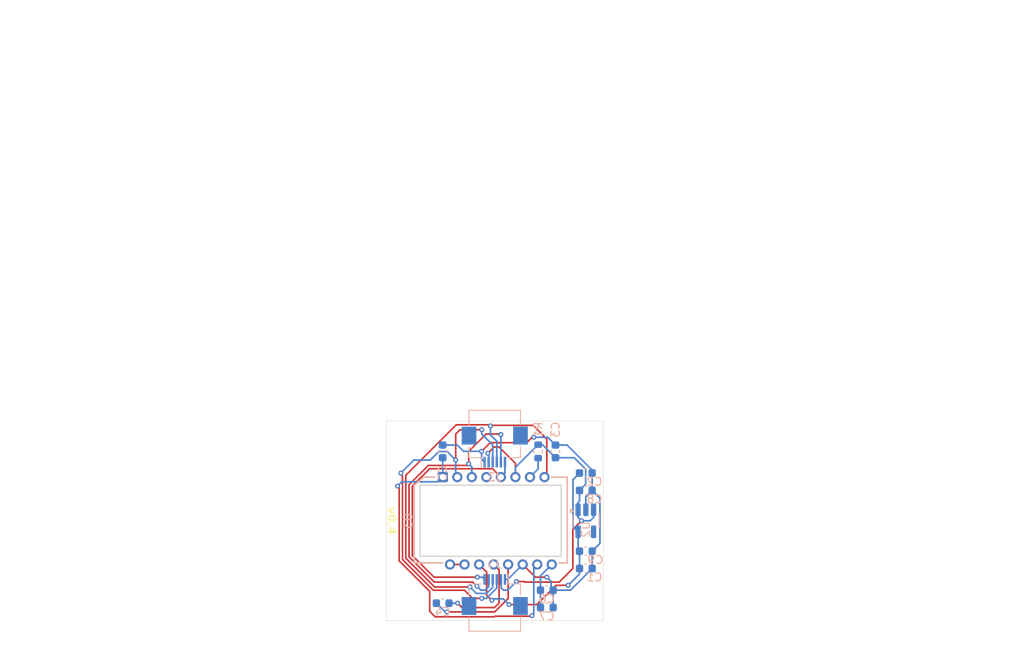
<source format=kicad_pcb>
(kicad_pcb (version 20241229) (generator "pcbnew") (generator_version "9.0")
  (layers (0 "F.Cu" signal) (2 "B.Cu" signal) (13 "F.Paste" user) (15 "B.Paste" user) (5 "F.SilkS" user "F.Silkscreen") (7 "B.SilkS" user "B.Silkscreen") (1 "F.Mask" user) (3 "B.Mask" user) (25 "Edge.Cuts" user))
  (net 0 "")
  (net 1 "+1V8")
  (net 2 "GND")
  (net 3 "VCC")
  (net 4 "Net-(U3-CN)")
  (net 5 "Net-(U3-CP)")
  (net 6 "Net-(U3-+VCSEL)")
  (net 7 "Net-(U3-VCP)")
  (net 8 "nRESET")
  (net 10 "MOTION")
  (net 11 "Net-(U3--VCSEL)")
  (net 12 "SCLK")
  (net 14 "SDIO")
  (net 15 "nCS")
  (footprint "kbd_Hole:m2_Screw_Hole" (layer "F.Cu") (at 69.0625 75.4375)
    (property "Reference" "H2")
    (property "Value" "MountingHole")
    (pad "" np_thru_hole circle (at 0 0) (size 2.2 2.2) (drill 2.2) (layers "*.Cu" "*.Mask"))
  )
  (footprint "kbd_Hole:m2_Screw_Hole" (layer "F.Cu") (at 47.8125 94.5625)
    (property "Reference" "H4")
    (property "Value" "MountingHole")
    (pad "" np_thru_hole circle (at 0 0) (size 2.2 2.2) (drill 2.2) (layers "*.Cu" "*.Mask"))
  )
  (footprint "kbd_Hole:m2_Screw_Hole" (layer "F.Cu") (at 47.8125 75.4375)
    (property "Reference" "H1")
    (property "Value" "MountingHole")
    (pad "" np_thru_hole circle (at 0 0) (size 2.2 2.2) (drill 2.2) (layers "*.Cu" "*.Mask"))
  )
  (footprint "kbd_Hole:m2_Screw_Hole" (layer "F.Cu") (at 69.0625 94.5625)
    (property "Reference" "H3")
    (property "Value" "MountingHole")
    (pad "" np_thru_hole circle (at 0 0) (size 2.2 2.2) (drill 2.2) (layers "*.Cu" "*.Mask"))
  )
  (footprint "Resistor_SMD:R_0603_1608Metric" (layer "B.Cu") (at 63.75 76.5 -90)
    (property "Reference" "R1" (at -2.65625 0 90) (layer "B.SilkS") (effects (justify mirror)))
    (property "Value" "10k")
    (fp_line (start -0.237258 0.5225) (end 0.237258 0.5225) (stroke (width 0.12)) (layer "B.SilkS"))
    (fp_line (start -0.237258 -0.5225) (end 0.237258 -0.5225) (stroke (width 0.12)) (layer "B.SilkS"))
    (pad "1" smd roundrect (at -0.825 0 270) (size 0.8 0.95) (layers "B.Cu" "B.Mask" "B.Paste") (net 3 "VCC"))
    (pad "2" smd roundrect (at 0.825 0 270) (size 0.8 0.95) (layers "B.Cu" "B.Mask" "B.Paste") (net 8 "nRESET"))
  )
  (footprint "Capacitor_SMD:C_0603_1608Metric" (layer "B.Cu") (at 52.0625 76.5 90)
    (property "Reference" "C5" (at -2.65625 0 90) (layer "B.SilkS") (effects (justify mirror)))
    (property "Value" "10nF")
    (fp_line (start -0.14058 -0.51) (end 0.14058 -0.51) (stroke (width 0.12)) (layer "B.SilkS"))
    (fp_line (start -0.14058 0.51) (end 0.14058 0.51) (stroke (width 0.12)) (layer "B.SilkS"))
    (pad "1" smd roundrect (at -0.775 0 90) (size 0.9 0.95) (layers "B.Cu" "B.Mask" "B.Paste") (net 6 "Net-(U3-+VCSEL)"))
    (pad "2" smd roundrect (at 0.775 0 90) (size 0.9 0.95) (layers "B.Cu" "B.Mask" "B.Paste") (net 2 "GND"))
  )
  (footprint "Sekitei:PMW3610DM-SUDU 16Pin" (layer "B.Cu") (at 58.238 85 180)
    (property "Reference" "U3" (at 10.4255 0 90) (layer "B.SilkS") (effects (justify mirror)))
    (property "Value" "PMW3610")
    (fp_line (start 9.668 4.35) (end 9.668 -5.15) (stroke (width 0.2)) (layer "B.SilkS"))
    (fp_line (start 9.668 -5.15) (end 6.168 -5.15) (stroke (width 0.2)) (layer "B.SilkS"))
    (fp_line (start 8.468 5.35) (end 9.668 4.35) (stroke (width 0.2)) (layer "B.SilkS"))
    (fp_line (start 7.168 5.35) (end 8.468 5.35) (stroke (width 0.2)) (layer "B.SilkS"))
    (fp_line (start -9.0772 5.334) (end -7.1628 5.334) (stroke (width 0.2)) (layer "B.SilkS"))
    (fp_line (start -9.0772 -5.166) (end -8.0772 -5.166) (stroke (width 0.2)) (layer "B.SilkS"))
    (fp_line (start -9.0772 -5.166) (end -9.0772 5.334) (stroke (width 0.2)) (layer "B.SilkS"))
    (fp_rect (start 8.968 4.35) (end -8.332 -4.35) (stroke (width 0.15)) (fill no) (layer "Edge.Cuts"))
    (pad "1" thru_hole roundrect (at 6.168 5.35) (size 1.25 1.25) (drill 0.75) (layers "*.Cu" "*.Mask") (roundrect_rratio 0.15) (net 6 "Net-(U3-+VCSEL)"))
    (pad "2" thru_hole oval (at 4.388 5.35) (size 1.25 1.25) (drill 0.75) (layers "*.Cu" "*.Mask") (net 14 "SDIO"))
    (pad "3" thru_hole oval (at 2.608 5.35) (size 1.25 1.25) (drill 0.75) (layers "*.Cu" "*.Mask") (net 12 "SCLK"))
    (pad "4" thru_hole oval (at 0.828 5.35) (size 1.25 1.25) (drill 0.75) (layers "*.Cu" "*.Mask"))
    (pad "5" thru_hole oval (at -0.952 5.35) (size 1.25 1.25) (drill 0.75) (layers "*.Cu" "*.Mask") (net 15 "nCS"))
    (pad "6" thru_hole oval (at -2.732 5.35) (size 1.25 1.25) (drill 0.75) (layers "*.Cu" "*.Mask") (net 3 "VCC"))
    (pad "7" thru_hole oval (at -4.512 5.35) (size 1.25 1.25) (drill 0.75) (layers "*.Cu" "*.Mask") (net 8 "nRESET"))
    (pad "8" thru_hole oval (at -6.292 5.35) (size 1.25 1.25) (drill 0.75) (layers "*.Cu" "*.Mask") (net 10 "MOTION"))
    (pad "9" thru_hole oval (at -7.182 -5.35) (size 1.25 1.25) (drill 0.75) (layers "*.Cu" "*.Mask") (net 7 "Net-(U3-VCP)"))
    (pad "10" thru_hole oval (at -5.402 -5.35) (size 1.25 1.25) (drill 0.75) (layers "*.Cu" "*.Mask") (net 6 "Net-(U3-+VCSEL)"))
    (pad "11" thru_hole oval (at -3.622 -5.35) (size 1.25 1.25) (drill 0.75) (layers "*.Cu" "*.Mask") (net 2 "GND"))
    (pad "12" thru_hole oval (at -1.842 -5.35) (size 1.25 1.25) (drill 0.75) (layers "*.Cu" "*.Mask") (net 5 "Net-(U3-CP)"))
    (pad "13" thru_hole oval (at -0.062 -5.35) (size 1.25 1.25) (drill 0.75) (layers "*.Cu" "*.Mask") (net 4 "Net-(U3-CN)"))
    (pad "14" thru_hole oval (at 1.718 -5.35) (size 1.25 1.25) (drill 0.75) (layers "*.Cu" "*.Mask") (net 1 "+1V8"))
    (pad "15" thru_hole oval (at 3.498 -5.35) (size 1.25 1.25) (drill 0.75) (layers "*.Cu" "*.Mask") (net 11 "Net-(U3--VCSEL)"))
    (pad "16" thru_hole oval (at 5.278 -5.35) (size 1.25 1.25) (drill 0.75) (layers "*.Cu" "*.Mask") (net 11 "Net-(U3--VCSEL)"))
  )
  (footprint "Capacitor_SMD:C_0603_1608Metric" (layer "B.Cu") (at 69.59375 88.71875)
    (property "Reference" "C9" (at 1.16875 1.0625 0) (layer "B.SilkS") (effects (justify mirror)))
    (property "Value" "1uF")
    (fp_line (start -0.14058 -0.51) (end 0.14058 -0.51) (stroke (width 0.12)) (layer "B.SilkS"))
    (fp_line (start -0.14058 0.51) (end 0.14058 0.51) (stroke (width 0.12)) (layer "B.SilkS"))
    (pad "1" smd roundrect (at -0.775 0) (size 0.9 0.95) (layers "B.Cu" "B.Mask" "B.Paste") (net 1 "+1V8"))
    (pad "2" smd roundrect (at 0.775 0) (size 0.9 0.95) (layers "B.Cu" "B.Mask" "B.Paste") (net 2 "GND"))
  )
  (footprint "Capacitor_SMD:C_0603_1608Metric" (layer "B.Cu") (at 69.59375 90.84375)
    (property "Reference" "C1" (at 1.0625 1.0625 0) (layer "B.SilkS") (effects (justify mirror)))
    (property "Value" "3.3uF/16V")
    (fp_line (start -0.14058 -0.51) (end 0.14058 -0.51) (stroke (width 0.12)) (layer "B.SilkS"))
    (fp_line (start -0.14058 0.51) (end 0.14058 0.51) (stroke (width 0.12)) (layer "B.SilkS"))
    (pad "1" smd roundrect (at -0.775 0) (size 0.9 0.95) (layers "B.Cu" "B.Mask" "B.Paste") (net 1 "+1V8"))
    (pad "2" smd roundrect (at 0.775 0) (size 0.9 0.95) (layers "B.Cu" "B.Mask" "B.Paste") (net 2 "GND"))
  )
  (footprint "Capacitor_SMD:C_0603_1608Metric" (layer "B.Cu") (at 69.59375 81.28125)
    (property "Reference" "C8" (at 1.0625 1.0625 0) (layer "B.SilkS") (effects (justify mirror)))
    (property "Value" "1uF")
    (fp_line (start -0.14058 -0.51) (end 0.14058 -0.51) (stroke (width 0.12)) (layer "B.SilkS"))
    (fp_line (start -0.14058 0.51) (end 0.14058 0.51) (stroke (width 0.12)) (layer "B.SilkS"))
    (pad "1" smd roundrect (at -0.775 0) (size 0.9 0.95) (layers "B.Cu" "B.Mask" "B.Paste") (net 3 "VCC"))
    (pad "2" smd roundrect (at 0.775 0) (size 0.9 0.95) (layers "B.Cu" "B.Mask" "B.Paste") (net 2 "GND"))
  )
  (footprint "Capacitor_SMD:C_0603_1608Metric" (layer "B.Cu") (at 64.8125 93.5)
    (property "Reference" "C6" (at 0 1.0625 0) (layer "B.SilkS") (effects (justify mirror)))
    (property "Value" "10uF X7R")
    (fp_line (start -0.14058 -0.51) (end 0.14058 -0.51) (stroke (width 0.12)) (layer "B.SilkS"))
    (fp_line (start -0.14058 0.51) (end 0.14058 0.51) (stroke (width 0.12)) (layer "B.SilkS"))
    (pad "1" smd roundrect (at -0.775 0) (size 0.9 0.95) (layers "B.Cu" "B.Mask" "B.Paste") (net 7 "Net-(U3-VCP)"))
    (pad "2" smd roundrect (at 0.775 0) (size 0.9 0.95) (layers "B.Cu" "B.Mask" "B.Paste") (net 2 "GND"))
  )
  (footprint "Capacitor_SMD:C_0603_1608Metric" (layer "B.Cu") (at 64.8125 95.625)
    (property "Reference" "C7" (at 0 1.0625 0) (layer "B.SilkS") (effects (justify mirror)))
    (property "Value" "10nF X7R")
    (fp_line (start -0.14058 -0.51) (end 0.14058 -0.51) (stroke (width 0.12)) (layer "B.SilkS"))
    (fp_line (start -0.14058 0.51) (end 0.14058 0.51) (stroke (width 0.12)) (layer "B.SilkS"))
    (pad "1" smd roundrect (at -0.775 0) (size 0.9 0.95) (layers "B.Cu" "B.Mask" "B.Paste") (net 7 "Net-(U3-VCP)"))
    (pad "2" smd roundrect (at 0.775 0) (size 0.9 0.95) (layers "B.Cu" "B.Mask" "B.Paste") (net 2 "GND"))
  )
  (footprint "Capacitor_SMD:C_0603_1608Metric" (layer "B.Cu") (at 65.875 76.5 90)
    (property "Reference" "C3" (at 2.65625 0 90) (layer "B.SilkS") (effects (justify mirror)))
    (property "Value" "100nF")
    (fp_line (start -0.14058 -0.51) (end 0.14058 -0.51) (stroke (width 0.12)) (layer "B.SilkS"))
    (fp_line (start -0.14058 0.51) (end 0.14058 0.51) (stroke (width 0.12)) (layer "B.SilkS"))
    (pad "1" smd roundrect (at -0.775 0 90) (size 0.9 0.95) (layers "B.Cu" "B.Mask" "B.Paste") (net 3 "VCC"))
    (pad "2" smd roundrect (at 0.775 0 90) (size 0.9 0.95) (layers "B.Cu" "B.Mask" "B.Paste") (net 2 "GND"))
  )
  (footprint "Capacitor_SMD:C_0603_1608Metric" (layer "B.Cu") (at 69.59375 79.15625)
    (property "Reference" "C2" (at 1.0625 1.0625 0) (layer "B.SilkS") (effects (justify mirror)))
    (property "Value" "100nF")
    (fp_line (start -0.14058 -0.51) (end 0.14058 -0.51) (stroke (width 0.12)) (layer "B.SilkS"))
    (fp_line (start -0.14058 0.51) (end 0.14058 0.51) (stroke (width 0.12)) (layer "B.SilkS"))
    (pad "1" smd roundrect (at -0.775 0) (size 0.9 0.95) (layers "B.Cu" "B.Mask" "B.Paste") (net 1 "+1V8"))
    (pad "2" smd roundrect (at 0.775 0) (size 0.9 0.95) (layers "B.Cu" "B.Mask" "B.Paste") (net 2 "GND"))
  )
  (footprint "Connector_FFC-FPC:Hirose_FH12-6S-0.5SH_1x06-1MP_P0.50mm_Horizontal" (layer "B.Cu") (at 58.4375 94.03125 180)
    (property "Reference" "J4" (at 0 3.7 0) (layer "B.SilkS") (effects (justify mirror)))
    (property "Value" "Conn_01x06_Socket")
    (fp_line (start 3.15 1.3) (end 3.15 -0.04) (stroke (width 0.12)) (layer "B.SilkS"))
    (fp_line (start 3.15 -4.5) (end 3.15 -2.76) (stroke (width 0.12)) (layer "B.SilkS"))
    (fp_line (start 1.66 1.3) (end 3.15 1.3) (stroke (width 0.12)) (layer "B.SilkS"))
    (fp_line (start -1.66 1.3) (end -1.66 2.5) (stroke (width 0.12)) (layer "B.SilkS"))
    (fp_line (start -1.66 1.3) (end -3.15 1.3) (stroke (width 0.12)) (layer "B.SilkS"))
    (fp_line (start -3.15 1.3) (end -3.15 -0.04) (stroke (width 0.12)) (layer "B.SilkS"))
    (fp_line (start -3.15 -2.76) (end -3.15 -4.5) (stroke (width 0.12)) (layer "B.SilkS"))
    (fp_line (start -3.15 -4.5) (end 3.15 -4.5) (stroke (width 0.12)) (layer "B.SilkS"))
    (pad "1" smd rect (at -1.25 1.85 180) (size 0.3 1.3) (layers "B.Cu" "B.Mask" "B.Paste") (net 2 "GND"))
    (pad "2" smd rect (at -0.75 1.85 180) (size 0.3 1.3) (layers "B.Cu" "B.Mask" "B.Paste") (net 3 "VCC"))
    (pad "3" smd rect (at -0.25 1.85 180) (size 0.3 1.3) (layers "B.Cu" "B.Mask" "B.Paste") (net 14 "SDIO"))
    (pad "4" smd rect (at 0.25 1.85 180) (size 0.3 1.3) (layers "B.Cu" "B.Mask" "B.Paste") (net 10 "MOTION"))
    (pad "5" smd rect (at 0.75 1.85 180) (size 0.3 1.3) (layers "B.Cu" "B.Mask" "B.Paste") (net 12 "SCLK"))
    (pad "6" smd rect (at 1.25 1.85 180) (size 0.3 1.3) (layers "B.Cu" "B.Mask" "B.Paste") (net 15 "nCS"))
    (pad "MP" smd rect (at -3.15 -1.4 180) (size 1.8 2.2) (layers "B.Cu" "B.Mask" "B.Paste"))
    (pad "MP" smd rect (at 3.15 -1.4 180) (size 1.8 2.2) (layers "B.Cu" "B.Mask" "B.Paste"))
  )
  (footprint "Package_TO_SOT_SMD:SOT-23-5_HandSoldering" (layer "B.Cu") (at 69.59375 85 -90)
    (property "Reference" "U2" (at 1.0625 0 90) (layer "B.SilkS") (effects (justify mirror)))
    (property "Value" "TLV74318PDBVR")
    (fp_line (start 0.1 1.61) (end -0.7 1.61) (stroke (width 0.12)) (layer "B.SilkS"))
    (fp_line (start 0.1 1.61) (end 0.9 1.61) (stroke (width 0.12)) (layer "B.SilkS"))
    (fp_line (start -0.9 -1.61) (end 0.9 -1.61) (stroke (width 0.12)) (layer "B.SilkS"))
    (fp_poly (pts (xy -1.2 1.56) (xy -1.44 1.89) (xy -0.96 1.89) (xy -1.2 1.56)) (stroke (width 0.12)) (fill yes) (layer "B.SilkS"))
    (pad "1" smd roundrect (at -1.35 0.95 270) (size 1.56 0.65) (layers "B.Cu" "B.Mask" "B.Paste") (net 3 "VCC"))
    (pad "2" smd roundrect (at -1.35 0 270) (size 1.56 0.65) (layers "B.Cu" "B.Mask" "B.Paste") (net 2 "GND"))
    (pad "3" smd roundrect (at -1.35 -0.95 270) (size 1.56 0.65) (layers "B.Cu" "B.Mask" "B.Paste") (net 3 "VCC"))
    (pad "4" smd roundrect (at 1.35 -0.95 270) (size 1.56 0.65) (layers "B.Cu" "B.Mask" "B.Paste"))
    (pad "5" smd roundrect (at 1.35 0.95 270) (size 1.56 0.65) (layers "B.Cu" "B.Mask" "B.Paste") (net 1 "+1V8"))
  )
  (footprint "Capacitor_SMD:C_0603_1608Metric" (layer "B.Cu") (at 52.0625 95.09375)
    (property "Reference" "C4" (at 0 1.0625 0) (layer "B.SilkS") (effects (justify mirror)))
    (property "Value" "100nF X7R")
    (fp_line (start -0.14058 -0.51) (end 0.14058 -0.51) (stroke (width 0.12)) (layer "B.SilkS"))
    (fp_line (start -0.14058 0.51) (end 0.14058 0.51) (stroke (width 0.12)) (layer "B.SilkS"))
    (pad "1" smd roundrect (at -0.775 0) (size 0.9 0.95) (layers "B.Cu" "B.Mask" "B.Paste") (net 5 "Net-(U3-CP)"))
    (pad "2" smd roundrect (at 0.775 0) (size 0.9 0.95) (layers "B.Cu" "B.Mask" "B.Paste") (net 4 "Net-(U3-CN)"))
  )
  (footprint "Connector_FFC-FPC:Hirose_FH12-6S-0.5SH_1x06-1MP_P0.50mm_Horizontal" (layer "B.Cu") (at 58.4375 75.96875)
    (property "Reference" "J3" (at 0 3.7 180) (layer "B.SilkS") (effects (justify mirror)))
    (property "Value" "Conn_01x06_Socket")
    (fp_line (start -3.15 -4.5) (end 3.15 -4.5) (stroke (width 0.12)) (layer "B.SilkS"))
    (fp_line (start -3.15 -2.76) (end -3.15 -4.5) (stroke (width 0.12)) (layer "B.SilkS"))
    (fp_line (start -3.15 1.3) (end -3.15 -0.04) (stroke (width 0.12)) (layer "B.SilkS"))
    (fp_line (start -1.66 1.3) (end -3.15 1.3) (stroke (width 0.12)) (layer "B.SilkS"))
    (fp_line (start -1.66 1.3) (end -1.66 2.5) (stroke (width 0.12)) (layer "B.SilkS"))
    (fp_line (start 1.66 1.3) (end 3.15 1.3) (stroke (width 0.12)) (layer "B.SilkS"))
    (fp_line (start 3.15 -4.5) (end 3.15 -2.76) (stroke (width 0.12)) (layer "B.SilkS"))
    (fp_line (start 3.15 1.3) (end 3.15 -0.04) (stroke (width 0.12)) (layer "B.SilkS"))
    (pad "1" smd rect (at -1.25 1.85) (size 0.3 1.3) (layers "B.Cu" "B.Mask" "B.Paste") (net 2 "GND"))
    (pad "2" smd rect (at -0.75 1.85) (size 0.3 1.3) (layers "B.Cu" "B.Mask" "B.Paste") (net 3 "VCC"))
    (pad "3" smd rect (at -0.25 1.85) (size 0.3 1.3) (layers "B.Cu" "B.Mask" "B.Paste") (net 14 "SDIO"))
    (pad "4" smd rect (at 0.25 1.85) (size 0.3 1.3) (layers "B.Cu" "B.Mask" "B.Paste") (net 10 "MOTION"))
    (pad "5" smd rect (at 0.75 1.85) (size 0.3 1.3) (layers "B.Cu" "B.Mask" "B.Paste") (net 12 "SCLK"))
    (pad "6" smd rect (at 1.25 1.85) (size 0.3 1.3) (layers "B.Cu" "B.Mask" "B.Paste") (net 15 "nCS"))
    (pad "MP" smd rect (at -3.15 -1.4) (size 1.8 2.2) (layers "B.Cu" "B.Mask" "B.Paste"))
    (pad "MP" smd rect (at 3.15 -1.4) (size 1.8 2.2) (layers "B.Cu" "B.Mask" "B.Paste"))
  )
  (gr_rect (start 45.15625 72.78125) (end 71.71875 97.21875) (stroke (width 0.05)) (fill no) (layer "Edge.Cuts"))
  (gr_text "v0.4" (at 45.7875 85 270) (layer "F.SilkS") (effects (font (size 1 1) (thickness 0.25) (bold yes))))
  (segment (start 57.44475 91.27475) (end 56.52 90.35) (width 0.2) (layer "F.Cu") (net 1))
  (segment (start 56.3125 90.5575) (end 56.52 90.35) (width 0.2) (layer "F.Cu") (net 1))
  (segment (start 60.180192 95.262088) (end 63.581662 95.262088) (width 0.2) (layer "F.Cu") (net 1))
  (segment (start 57.44475 94.101) (end 57.44475 91.27475) (width 0.2) (layer "F.Cu") (net 1))
  (segment (start 66.5026 92.90825) (end 66.51085 92.9) (width 0.2) (layer "F.Cu") (net 1))
  (segment (start 58.08437 94.74062) (end 57.44475 94.101) (width 0.2) (layer "F.Cu") (net 1))
  (segment (start 63.581662 95.262088) (end 65.9355 92.90825) (width 0.2) (layer "F.Cu") (net 1))
  (segment (start 65.9355 92.90825) (end 66.5026 92.90825) (width 0.2) (layer "F.Cu") (net 1))
  (segment (start 66.51085 92.9) (end 67.431985 92.9) (width 0.2) (layer "F.Cu") (net 1))
  (via (at 58.083592 94.739843) (size 0.6) (drill 0.3) (layers "F.Cu" "B.Cu") (net 1))
  (via (at 67.431985 92.9) (size 0.6) (drill 0.3) (layers "F.Cu" "B.Cu") (net 1))
  (via (at 60.180192 95.262088) (size 0.6) (drill 0.3) (layers "F.Cu" "B.Cu") (net 1))
  (segment (start 68.81875 90.84375) (end 68.81875 91.513235) (width 0.2) (layer "B.Cu") (net 1))
  (segment (start 59.480604 94.5625) (end 60.180192 95.262088) (width 0.2) (layer "B.Cu") (net 1))
  (segment (start 58.260935 94.5625) (end 59.480604 94.5625) (width 0.2) (layer "B.Cu") (net 1))
  (segment (start 68.81875 88.71875) (end 68.81875 90.84375) (width 0.2) (layer "B.Cu") (net 1))
  (segment (start 68.01775 79.95725) (end 68.81875 79.15625) (width 0.2) (layer "B.Cu") (net 1))
  (segment (start 68.81875 91.513235) (end 67.431985 92.9) (width 0.2) (layer "B.Cu") (net 1))
  (segment (start 68.64375 86.35) (end 68.64375 88.54375) (width 0.2) (layer "B.Cu") (net 1))
  (segment (start 58.083592 94.739843) (end 58.260935 94.5625) (width 0.2) (layer "B.Cu") (net 1))
  (segment (start 68.01775 85.724) (end 68.01775 79.95725) (width 0.2) (layer "B.Cu") (net 1))
  (segment (start 68.64375 88.54375) (end 68.81875 88.71875) (width 0.2) (layer "B.Cu") (net 1))
  (segment (start 68.64375 86.35) (end 68.01775 85.724) (width 0.2) (layer "B.Cu") (net 1))
  (segment (start 64.8125 91.90625) (end 63.41625 91.90625) (width 0.2) (layer "F.Cu") (net 2))
  (segment (start 57.881409 75.4375) (end 56.824888 76.494021) (width 0.2) (layer "F.Cu") (net 2))
  (segment (start 63.21875 74.775) (end 63.016106 74.775) (width 0.2) (layer "F.Cu") (net 2))
  (segment (start 63.41625 91.90625) (end 61.86 90.35) (width 0.2) (layer "F.Cu") (net 2))
  (segment (start 62.353606 75.4375) (end 57.881409 75.4375) (width 0.2) (layer "F.Cu") (net 2))
  (segment (start 63.016106 74.775) (end 62.353606 75.4375) (width 0.2) (layer "F.Cu") (net 2))
  (via (at 56.824888 76.494021) (size 0.6) (drill 0.3) (layers "F.Cu" "B.Cu") (net 2))
  (via (at 63.21875 74.775) (size 0.6) (drill 0.3) (layers "F.Cu" "B.Cu") (net 2))
  (via (at 64.8125 91.90625) (size 0.6) (drill 0.3) (layers "F.Cu" "B.Cu") (net 2))
  (segment (start 70.36875 90.84375) (end 67.7125 93.5) (width 0.2) (layer "B.Cu") (net 2))
  (segment (start 60.02875 92.18125) (end 59.6875 92.18125) (width 0.2) (layer "B.Cu") (net 2))
  (segment (start 71.31775 87.76975) (end 70.36875 88.71875) (width 0.2) (layer "B.Cu") (net 2))
  (segment (start 52.0625 75.725) (end 53.84175 75.725) (width 0.2) (layer "B.Cu") (net 2))
  (segment (start 57.1875 77.81875) (end 56.824888 77.456138) (width 0.2) (layer "B.Cu") (net 2))
  (segment (start 69.59375 82.05625) (end 69.59375 83.65) (width 0.2) (layer "B.Cu") (net 2))
  (segment (start 65.875 75.725) (end 67.297976 75.725) (width 0.2) (layer "B.Cu") (net 2))
  (segment (start 64.925 74.775) (end 65.875 75.725) (width 0.2) (layer "B.Cu") (net 2))
  (segment (start 71.31775 82.23025) (end 71.31775 87.76975) (width 0.2) (layer "B.Cu") (net 2))
  (segment (start 56.824888 77.456138) (end 56.824888 76.494021) (width 0.2) (layer "B.Cu") (net 2))
  (segment (start 67.7125 93.5) (end 65.5875 93.5) (width 0.2) (layer "B.Cu") (net 2))
  (segment (start 70.36875 81.28125) (end 69.59375 82.05625) (width 0.2) (layer "B.Cu") (net 2))
  (segment (start 65.5875 93.5) (end 65.5875 95.625) (width 0.2) (layer "B.Cu") (net 2))
  (segment (start 53.84175 75.725) (end 54.610771 76.494021) (width 0.2) (layer "B.Cu") (net 2))
  (segment (start 61.86 90.35) (end 60.02875 92.18125) (width 0.2) (layer "B.Cu") (net 2))
  (segment (start 63.21875 74.775) (end 64.925 74.775) (width 0.2) (layer "B.Cu") (net 2))
  (segment (start 65.34375 93.25625) (end 65.5875 93.5) (width 0.2) (layer "B.Cu") (net 2))
  (segment (start 70.36875 81.28125) (end 71.31775 82.23025) (width 0.2) (layer "B.Cu") (net 2))
  (segment (start 70.36875 78.795774) (end 70.36875 79.15625) (width 0.2) (layer "B.Cu") (net 2))
  (segment (start 67.297976 75.725) (end 70.36875 78.795774) (width 0.2) (layer "B.Cu") (net 2))
  (segment (start 54.610771 76.494021) (end 56.824888 76.494021) (width 0.2) (layer "B.Cu") (net 2))
  (segment (start 65.34375 92.4375) (end 65.34375 93.25625) (width 0.2) (layer "B.Cu") (net 2))
  (segment (start 70.36875 88.71875) (end 70.36875 90.84375) (width 0.2) (layer "B.Cu") (net 2))
  (segment (start 70.36875 79.15625) (end 70.36875 81.28125) (width 0.2) (layer "B.Cu") (net 2))
  (segment (start 64.8125 91.90625) (end 65.34375 92.4375) (width 0.2) (layer "B.Cu") (net 2))
  (segment (start 61.09375 92.4375) (end 62.01675 92.4375) (width 0.2) (layer "F.Cu") (net 3))
  (segment (start 58.96875 75.96875) (end 60.97 77.97) (width 0.2) (layer "F.Cu") (net 3))
  (segment (start 57.5875 76.735737) (end 58.354487 75.96875) (width 0.2) (layer "F.Cu") (net 3))
  (segment (start 62.0865 92.50725) (end 66.3365 92.50725) (width 0.2) (layer "F.Cu") (net 3))
  (segment (start 60.97 77.97) (end 60.97 79.65) (width 0.2) (layer "F.Cu") (net 3))
  (segment (start 68 90.84375) (end 68 86.0625) (width 0.2) (layer "F.Cu") (net 3))
  (segment (start 68 86.0625) (end 69.0625 85) (width 0.2) (layer "F.Cu") (net 3))
  (segment (start 62.01675 92.4375) (end 62.0865 92.50725) (width 0.2) (layer "F.Cu") (net 3))
  (segment (start 58.354487 75.96875) (end 58.96875 75.96875) (width 0.2) (layer "F.Cu") (net 3))
  (segment (start 66.3365 92.50725) (end 68 90.84375) (width 0.2) (layer "F.Cu") (net 3))
  (via (at 61.09375 92.4375) (size 0.6) (drill 0.3) (layers "F.Cu" "B.Cu") (net 3))
  (via (at 57.5875 76.735737) (size 0.6) (drill 0.3) (layers "F.Cu" "B.Cu") (net 3))
  (via (at 69.0625 85) (size 0.6) (drill 0.3) (layers "F.Cu" "B.Cu") (net 3))
  (segment (start 69.0625 85) (end 68.61775 84.55525) (width 0.2) (layer "B.Cu") (net 3))
  (segment (start 70.125 85) (end 70.54375 84.58125) (width 0.2) (layer "B.Cu") (net 3))
  (segment (start 57.6875 76.8125) (end 57.6875 77.81875) (width 0.2) (layer "B.Cu") (net 3))
  (segment (start 59.2365 93.2365) (end 59.2365 92.23025) (width 0.2) (layer "B.Cu") (net 3))
  (segment (start 68.16261 77.275) (end 65.875 77.275) (width 0.2) (layer "B.Cu") (net 3))
  (segment (start 59.2365 92.23025) (end 59.1875 92.18125) (width 0.2) (layer "B.Cu") (net 3))
  (segment (start 60.97 79.65) (end 60.97 78.455) (width 0.2) (layer "B.Cu") (net 3))
  (segment (start 57.610737 76.735737) (end 57.6875 76.8125) (width 0.2) (layer "B.Cu") (net 3))
  (segment (start 68.81875 82.5875) (end 68.81875 81.28125) (width 0.2) (layer "B.Cu") (net 3))
  (segment (start 68.81875 81.28125) (end 69.56975 80.53025) (width 0.2) (layer "B.Cu") (net 3))
  (segment (start 61.09375 92.4375) (end 60.03125 93.5) (width 0.2) (layer "B.Cu") (net 3))
  (segment (start 70.54375 84.58125) (end 70.54375 83.65) (width 0.2) (layer "B.Cu") (net 3))
  (segment (start 68.64375 82.7625) (end 68.81875 82.5875) (width 0.2) (layer "B.Cu") (net 3))
  (segment (start 69.56975 78.68214) (end 68.16261 77.275) (width 0.2) (layer "B.Cu") (net 3))
  (segment (start 60.97 78.455) (end 63.75 75.675) (width 0.2) (layer "B.Cu") (net 3))
  (segment (start 60.03125 93.5) (end 59.5 93.5) (width 0.2) (layer "B.Cu") (net 3))
  (segment (start 68.61775 84.55525) (end 68.61775 83.676) (width 0.2) (layer "B.Cu") (net 3))
  (segment (start 64.275 75.675) (end 65.875 77.275) (width 0.2) (layer "B.Cu") (net 3))
  (segment (start 68.64375 83.65) (end 68.64375 84.429999) (width 0.2) (layer "B.Cu") (net 3))
  (segment (start 68.64375 83.65) (end 68.64375 82.7625) (width 0.2) (layer "B.Cu") (net 3))
  (segment (start 68.61775 83.676) (end 68.64375 83.65) (width 0.2) (layer "B.Cu") (net 3))
  (segment (start 59.5 93.5) (end 59.2365 93.2365) (width 0.2) (layer "B.Cu") (net 3))
  (segment (start 63.75 75.675) (end 64.275 75.675) (width 0.2) (layer "B.Cu") (net 3))
  (segment (start 69.0625 85) (end 70.125 85) (width 0.2) (layer "B.Cu") (net 3))
  (segment (start 69.56975 80.53025) (end 69.56975 78.68214) (width 0.2) (layer "B.Cu") (net 3))
  (segment (start 57.5875 76.735737) (end 57.610737 76.735737) (width 0.2) (layer "B.Cu") (net 3))
  (segment (start 58.96875 95.0579) (end 58.96875 91.01875) (width 0.2) (layer "F.Cu") (net 4))
  (segment (start 58.96875 91.01875) (end 58.3 90.35) (width 0.2) (layer "F.Cu") (net 4))
  (segment (start 54.418748 95.625) (end 58.40165 95.625) (width 0.2) (layer "F.Cu") (net 4))
  (segment (start 53.887498 95.09375) (end 54.418748 95.625) (width 0.2) (layer "F.Cu") (net 4))
  (segment (start 58.40165 95.625) (end 58.96875 95.0579) (width 0.2) (layer "F.Cu") (net 4))
  (via (at 53.887498 95.09375) (size 0.6) (drill 0.3) (layers "F.Cu" "B.Cu") (net 4))
  (segment (start 53.887498 95.09375) (end 52.8375 95.09375) (width 0.2) (layer "B.Cu") (net 4))
  (segment (start 58.4375 96.15625) (end 60.08 94.51375) (width 0.2) (layer "F.Cu") (net 5))
  (segment (start 52.59375 96.15625) (end 58.4375 96.15625) (width 0.2) (layer "F.Cu") (net 5))
  (segment (start 60.08 94.51375) (end 60.08 90.35) (width 0.2) (layer "F.Cu") (net 5))
  (via (at 52.59375 96.15625) (size 0.6) (drill 0.3) (layers "F.Cu" "B.Cu") (net 5))
  (segment (start 52.35 96.15625) (end 51.2875 95.09375) (width 0.2) (layer "B.Cu") (net 5))
  (segment (start 52.59375 96.15625) (end 52.35 96.15625) (width 0.2) (layer "B.Cu") (net 5))
  (segment (start 50.46875 93.6434) (end 46.73975 89.9144) (width 0.2) (layer "F.Cu") (net 6))
  (segment (start 62.979786 96.61875) (end 62.979784 96.61875) (width 0.2) (layer "F.Cu") (net 6))
  (segment (start 58.4375 96.6875) (end 58.36775 96.75725) (width 0.2) (layer "F.Cu") (net 6))
  (segment (start 46.73975 89.9144) (end 46.73975 80.949) (width 0.2) (layer "F.Cu") (net 6))
  (segment (start 51.1385 96.75725) (end 50.46875 96.0875) (width 0.2) (layer "F.Cu") (net 6))
  (segment (start 50.46875 96.0875) (end 50.46875 93.6434) (width 0.2) (layer "F.Cu") (net 6))
  (segment (start 58.36775 96.75725) (end 51.1385 96.75725) (width 0.2) (layer "F.Cu") (net 6))
  (segment (start 62.911034 96.6875) (end 58.4375 96.6875) (width 0.2) (layer "F.Cu") (net 6))
  (segment (start 62.979784 96.61875) (end 62.911034 96.6875) (width 0.2) (layer "F.Cu") (net 6))
  (segment (start 46.73975 80.949) (end 46.54075 80.75) (width 0.2) (layer "F.Cu") (net 6))
  (via (at 46.54075 80.75) (size 0.6) (drill 0.3) (layers "F.Cu" "B.Cu") (net 6))
  (via (at 62.979786 96.61875) (size 0.6) (drill 0.3) (layers "F.Cu" "B.Cu") (net 6))
  (segment (start 51.50125 80.21875) (end 52.07 79.65) (width 0.2) (layer "B.Cu") (net 6))
  (segment (start 47.072 80.21875) (end 51.50125 80.21875) (width 0.2) (layer "B.Cu") (net 6))
  (segment (start 52.0625 77.275) (end 52.0625 79.6425) (width 0.2) (layer "B.Cu") (net 6))
  (segment (start 52.0625 79.6425) (end 52.07 79.65) (width 0.2) (layer "B.Cu") (net 6))
  (segment (start 63.21875 90.77125) (end 63.64 90.35) (width 0.2) (layer "B.Cu") (net 6))
  (segment (start 62.979786 96.61875) (end 62.979786 96.618748) (width 0.2) (layer "B.Cu") (net 6))
  (segment (start 63.21875 96.379784) (end 63.21875 90.77125) (width 0.2) (layer "B.Cu") (net 6))
  (segment (start 46.54075 80.75) (end 47.072 80.21875) (width 0.2) (layer "B.Cu") (net 6))
  (segment (start 62.979786 96.618748) (end 63.21875 96.379784) (width 0.2) (layer "B.Cu") (net 6))
  (segment (start 64.0375 93.5) (end 64.0375 91.7325) (width 0.2) (layer "B.Cu") (net 7))
  (segment (start 64.0375 95.625) (end 64.0375 93.5) (width 0.2) (layer "B.Cu") (net 7))
  (segment (start 64.0375 91.7325) (end 65.42 90.35) (width 0.2) (layer "B.Cu") (net 7))
  (segment (start 63.75 78.65) (end 62.75 79.65) (width 0.2) (layer "B.Cu") (net 8))
  (segment (start 63.75 77.325) (end 63.75 78.65) (width 0.2) (layer "B.Cu") (net 8))
  (segment (start 57.90625 73.38125) (end 57.975 73.3125) (width 0.2) (layer "F.Cu") (net 10))
  (segment (start 47.54175 89.5822) (end 47.54175 79.427) (width 0.2) (layer "F.Cu") (net 10))
  (segment (start 55.396155 93.10625) (end 51.0658 93.10625) (width 0.2) (layer "F.Cu") (net 10))
  (segment (start 57.975 73.3125) (end 63.132154 73.3125) (width 0.2) (layer "F.Cu") (net 10))
  (segment (start 64.8125 74.992846) (end 64.8125 79.3675) (width 0.2) (layer "F.Cu") (net 10))
  (segment (start 47.54175 79.427) (end 53.726 73.24275) (width 0.2) (layer "F.Cu") (net 10))
  (segment (start 57.76775 73.24275) (end 57.90625 73.38125) (width 0.2) (layer "F.Cu") (net 10))
  (segment (start 64.8125 79.3675) (end 64.53 79.65) (width 0.2) (layer "F.Cu") (net 10))
  (segment (start 53.726 73.24275) (end 57.76775 73.24275) (width 0.2) (layer "F.Cu") (net 10))
  (segment (start 63.132154 73.3125) (end 64.8125 74.992846) (width 0.2) (layer "F.Cu") (net 10))
  (segment (start 51.0658 93.10625) (end 47.54175 89.5822) (width 0.2) (layer "F.Cu") (net 10))
  (via (at 55.396155 93.10625) (size 0.6) (drill 0.3) (layers "F.Cu" "B.Cu") (net 10))
  (via (at 57.90625 73.38125) (size 0.6) (drill 0.3) (layers "F.Cu" "B.Cu") (net 10))
  (segment (start 57.90625 73.38125) (end 57.90625 74.474943) (width 0.2) (layer "B.Cu") (net 10))
  (segment (start 57.43685 93.901) (end 56.190905 93.901) (width 0.2) (layer "B.Cu") (net 10))
  (segment (start 58.1875 92.18125) (end 58.1875 93.15035) (width 0.2) (layer "B.Cu") (net 10))
  (segment (start 57.90625 74.474943) (end 58.6875 75.256193) (width 0.2) (layer "B.Cu") (net 10))
  (segment (start 58.6875 75.256193) (end 58.6875 77.81875) (width 0.2) (layer "B.Cu") (net 10))
  (segment (start 58.1875 93.15035) (end 57.43685 93.901) (width 0.2) (layer "B.Cu") (net 10))
  (segment (start 56.190905 93.901) (end 55.396155 93.10625) (width 0.2) (layer "B.Cu") (net 10))
  (segment (start 54.74 90.35) (end 52.96 90.35) (width 0.2) (layer "F.Cu") (net 11))
  (segment (start 57.375 74.375) (end 59.11875 74.375) (width 0.2) (layer "F.Cu") (net 12))
  (segment (start 55.25 78.09375) (end 55.25 78.025) (width 0.2) (layer "F.Cu") (net 12))
  (segment (start 55.11975 78.224) (end 55.25 78.09375) (width 0.2) (layer "F.Cu") (net 12))
  (segment (start 51.0329 92.50625) (end 47.94275 89.4161) (width 0.2) (layer "F.Cu") (net 12))
  (segment (start 47.94275 89.4161) (end 47.94275 80.5839) (width 0.2) (layer "F.Cu") (net 12))
  (segment (start 55.746812 92.50625) (end 51.0329 92.50625) (width 0.2) (layer "F.Cu") (net 12))
  (segment (start 47.94275 80.5839) (end 50.30265 78.224) (width 0.2) (layer "F.Cu") (net 12))
  (segment (start 59.11875 74.375) (end 59.1875 74.44375) (width 0.2) (layer "F.Cu") (net 12))
  (segment (start 55.25 76.5) (end 57.375 74.375) (width 0.2) (layer "F.Cu") (net 12))
  (segment (start 55.25 78.025) (end 55.25 76.5) (width 0.2) (layer "F.Cu") (net 12))
  (segment (start 50.30265 78.224) (end 55.11975 78.224) (width 0.2) (layer "F.Cu") (net 12))
  (segment (start 56.260906 93.020344) (end 55.746812 92.50625) (width 0.2) (layer "F.Cu") (net 12))
  (via (at 59.1875 74.44375) (size 0.6) (drill 0.3) (layers "F.Cu" "B.Cu") (net 12))
  (via (at 56.260906 93.020344) (size 0.6) (drill 0.3) (layers "F.Cu" "B.Cu") (net 12))
  (via (at 55.25 78.025) (size 0.6) (drill 0.3) (layers "F.Cu" "B.Cu") (net 12))
  (segment (start 59.1875 74.44375) (end 59.1875 77.81875) (width 0.2) (layer "B.Cu") (net 12))
  (segment (start 55.63 79.65) (end 55.63 78.405) (width 0.2) (layer "B.Cu") (net 12))
  (segment (start 55.63 78.405) (end 55.25 78.025) (width 0.2) (layer "B.Cu") (net 12))
  (segment (start 57.27075 93.5) (end 57.6875 93.08325) (width 0.2) (layer "B.Cu") (net 12))
  (segment (start 57.6875 93.08325) (end 57.6875 92.18125) (width 0.2) (layer "B.Cu") (net 12))
  (segment (start 56.740562 93.5) (end 57.27075 93.5) (width 0.2) (layer "B.Cu") (net 12))
  (segment (start 56.260906 93.020344) (end 56.740562 93.5) (width 0.2) (layer "B.Cu") (net 12))
  (segment (start 53.65625 77.5625) (end 53.65625 74.375) (width 0.2) (layer "F.Cu") (net 14))
  (segment (start 50.8997 93.50725) (end 54.726 93.50725) (width 0.2) (layer "F.Cu") (net 14))
  (segment (start 46.94175 79.15625) (end 46.94175 79.348) (width 0.2) (layer "F.Cu") (net 14))
  (segment (start 53.65625 74.375) (end 54.1875 73.84375) (width 0.2) (layer "F.Cu") (net 14))
  (segment (start 55.71975 94.501) (end 56.84375 94.501) (width 0.2) (layer "F.Cu") (net 14))
  (segment (start 54.726 93.50725) (end 55.71975 94.501) (width 0.2) (layer "F.Cu") (net 14))
  (segment (start 47.14075 89.7483) (end 50.8997 93.50725) (width 0.2) (layer "F.Cu") (net 14))
  (segment (start 46.94175 79.348) (end 47.14075 79.547) (width 0.2) (layer "F.Cu") (net 14))
  (segment (start 54.1875 73.84375) (end 56.84375 73.84375) (width 0.2) (layer "F.Cu") (net 14))
  (segment (start 47.14075 79.547) (end 47.14075 89.7483) (width 0.2) (layer "F.Cu") (net 14))
  (via (at 46.94175 79.15625) (size 0.6) (drill 0.3) (layers "F.Cu" "B.Cu") (net 14))
  (via (at 56.84375 94.501) (size 0.6) (drill 0.3) (layers "F.Cu" "B.Cu") (net 14))
  (via (at 56.84375 73.84375) (size 0.6) (drill 0.3) (layers "F.Cu" "B.Cu") (net 14))
  (via (at 53.65625 77.5625) (size 0.6) (drill 0.3) (layers "F.Cu" "B.Cu") (net 14))
  (segment (start 46.94175 79.15625) (end 48.5355 77.5625) (width 0.2) (layer "B.Cu") (net 14))
  (segment (start 53.65625 79.45625) (end 53.85 79.65) (width 0.2) (layer "B.Cu") (net 14))
  (segment (start 58.6875 93.230842) (end 58.6875 92.18125) (width 0.2) (layer "B.Cu") (net 14))
  (segment (start 53.65625 77.5625) (end 53.65625 79.45625) (width 0.2) (layer "B.Cu") (net 14))
  (segment (start 56.84375 73.84375) (end 56.84375 74.375) (width 0.2) (layer "B.Cu") (net 14))
  (segment (start 58.1875 75.71875) (end 58.1875 77.81875) (width 0.2) (layer "B.Cu") (net 14))
  (segment (start 48.5355 77.5625) (end 50.54989 77.5625) (width 0.2) (layer "B.Cu") (net 14))
  (segment (start 50.54989 77.5625) (end 51.58839 76.524) (width 0.2) (layer "B.Cu") (net 14))
  (segment (start 56.84375 94.501) (end 57.417342 94.501) (width 0.2) (layer "B.Cu") (net 14))
  (segment (start 57.417342 94.501) (end 58.6875 93.230842) (width 0.2) (layer "B.Cu") (net 14))
  (segment (start 51.58839 76.524) (end 52.61775 76.524) (width 0.2) (layer "B.Cu") (net 14))
  (segment (start 56.84375 74.375) (end 58.1875 75.71875) (width 0.2) (layer "B.Cu") (net 14))
  (segment (start 52.61775 76.524) (end 53.65625 77.5625) (width 0.2) (layer "B.Cu") (net 14))
  (segment (start 50.46875 78.625) (end 48.34375 80.75) (width 0.2) (layer "F.Cu") (net 15))
  (segment (start 48.34375 80.75) (end 48.34375 89.25) (width 0.2) (layer "F.Cu") (net 15))
  (segment (start 58.165 78.625) (end 50.46875 78.625) (width 0.2) (layer "F.Cu") (net 15))
  (segment (start 48.34375 89.25) (end 51 91.90625) (width 0.2) (layer "F.Cu") (net 15))
  (segment (start 51 91.90625) (end 56.3125 91.90625) (width 0.2) (layer "F.Cu") (net 15))
  (segment (start 59.19 79.65) (end 58.165 78.625) (width 0.2) (layer "F.Cu") (net 15))
  (via (at 56.3125 91.90625) (size 0.6) (drill 0.3) (layers "F.Cu" "B.Cu") (net 15))
  (segment (start 59.6875 79.1525) (end 59.6875 77.81875) (width 0.2) (layer "B.Cu") (net 15))
  (segment (start 56.3125 91.90625) (end 56.9125 91.90625) (width 0.2) (layer "B.Cu") (net 15))
  (segment (start 59.19 79.65) (end 59.6875 79.1525) (width 0.2) (layer "B.Cu") (net 15))
  (segment (start 56.9125 91.90625) (end 57.1875 92.18125) (width 0.2) (layer "B.Cu") (net 15))
)
</source>
